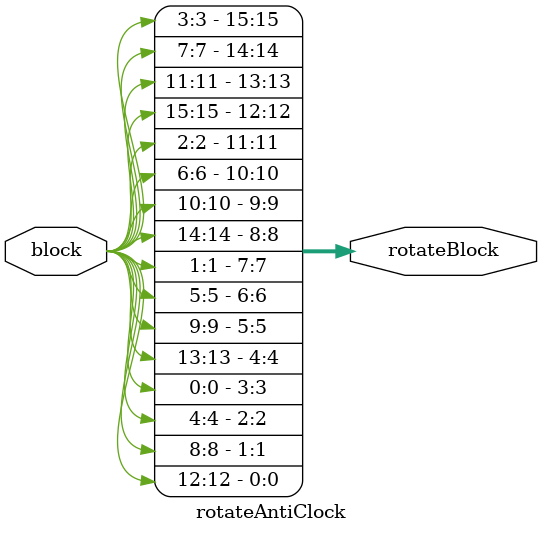
<source format=v>
module rotateAntiClock(block, rotateBlock);

	input [0:15] block;
	output wire [0:15] rotateBlock;
	
	genvar x, y;
	generate
		for (y = 0; y < 4; y = y + 1) begin: rotateMatrixY
			for (x = 0; x < 4; x = x + 1) begin: rotateMatrixX
				assign rotateBlock[(3 - x) * 4 + y] = block[y * 4 + x];
			end
		end
	endgenerate

endmodule

</source>
